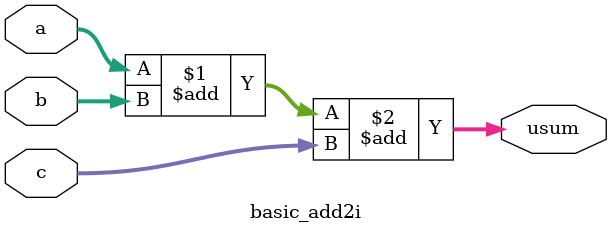
<source format=v>

module basic_add2i (input [7:0] a, input [7:0] b, input [7:0] c,
  output [7:0] usum);

  assign usum =          a + b + c;
endmodule

</source>
